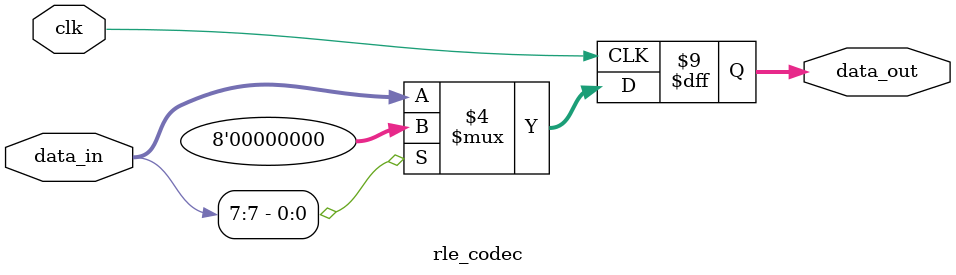
<source format=sv>
module rle_codec (
    input clk, 
    input [7:0] data_in,
    output reg [7:0] data_out
);
reg [7:0] count;
always @(posedge clk) begin
    if (data_in[7]) begin
        count <= data_in[6:0];
        data_out <= 8'h00;
    end else begin
        count <= count - 1;
        data_out <= data_in;
    end
end
endmodule

</source>
